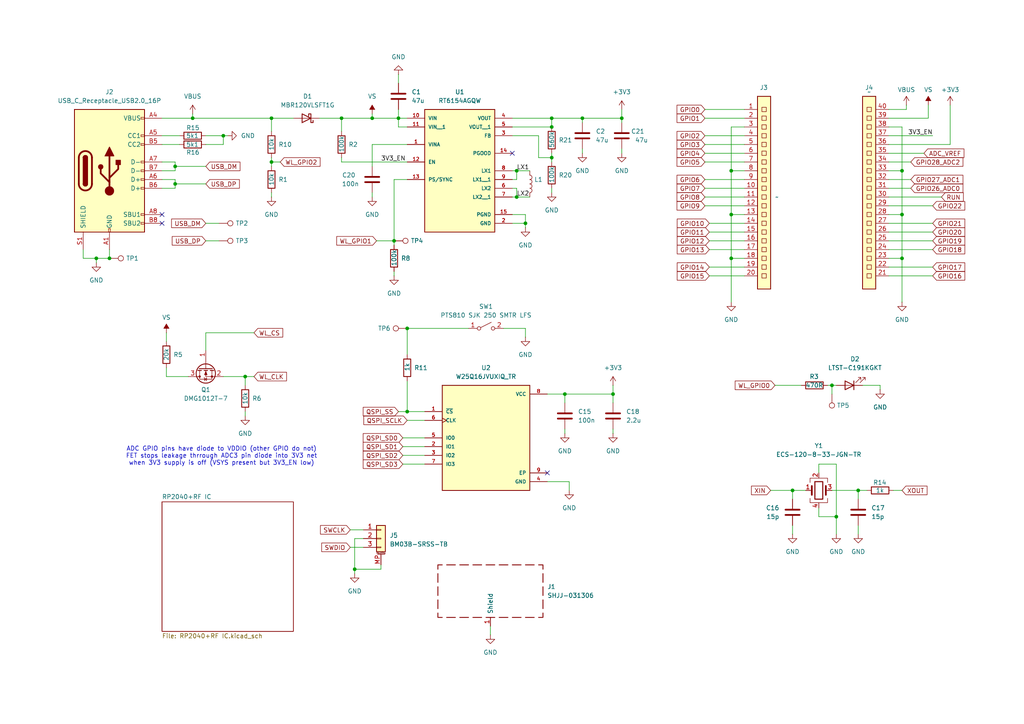
<source format=kicad_sch>
(kicad_sch (version 20231120) (generator "eeschema") (generator_version "8.0")
  (paper "A4")
  (title_block (title "project piCo W") (date "2024-06-24") (rev "1") (company "Carlos Sabogal"))
  (lib_symbols
    (symbol "Connector:TestPoint" (pin_numbers hide) (pin_names (offset 0.762) hide)
      (property "Reference" "TP" (at 0 6.858 0))
      (property "Value" "TestPoint" (at 0 5.08 0))
      (symbol "TestPoint_1_1"
        (pin passive line (at 0 0 90) (length 2.54) (name "1") (number "1"))
      )
    )
    (symbol "Connector:USB_C_Receptacle_USB2.0_16P" (pin_names (offset 1.016))
      (property "Reference" "J" (at 0 22.225 0))
      (property "Value" "USB_C_Receptacle_USB2.0_16P" (at 0 19.685 0))
      (symbol "USB_C_Receptacle_USB2.0_16P_1_1"
        (pin passive line (at 0 -22.86 90) (length 5.08) (name "GND") (number "A1"))
        (pin passive line (at 0 -22.86 90) (length 5.08) hide (name "GND") (number "A12"))
        (pin passive line (at 15.24 15.24 180) (length 5.08) (name "VBUS") (number "A4"))
        (pin bidirectional line (at 15.24 10.16 180) (length 5.08) (name "CC1") (number "A5"))
        (pin bidirectional line (at 15.24 -2.54 180) (length 5.08) (name "D+") (number "A6"))
        (pin bidirectional line (at 15.24 2.54 180) (length 5.08) (name "D-") (number "A7"))
        (pin bidirectional line (at 15.24 -12.7 180) (length 5.08) (name "SBU1") (number "A8"))
        (pin passive line (at 15.24 15.24 180) (length 5.08) hide (name "VBUS") (number "A9"))
        (pin passive line (at 0 -22.86 90) (length 5.08) hide (name "GND") (number "B1"))
        (pin passive line (at 0 -22.86 90) (length 5.08) hide (name "GND") (number "B12"))
        (pin passive line (at 15.24 15.24 180) (length 5.08) hide (name "VBUS") (number "B4"))
        (pin bidirectional line (at 15.24 7.62 180) (length 5.08) (name "CC2") (number "B5"))
        (pin bidirectional line (at 15.24 -5.08 180) (length 5.08) (name "D+") (number "B6"))
        (pin bidirectional line (at 15.24 0 180) (length 5.08) (name "D-") (number "B7"))
        (pin bidirectional line (at 15.24 -15.24 180) (length 5.08) (name "SBU2") (number "B8"))
        (pin passive line (at 15.24 15.24 180) (length 5.08) hide (name "VBUS") (number "B9"))
        (pin passive line (at -7.62 -22.86 90) (length 5.08) (name "SHIELD") (number "S1"))
      )
    )
    (symbol "Connector_Generic_MountingPin:Conn_01x03_MountingPin" (pin_names (offset 1.016) hide)
      (property "Reference" "J" (at 0 5.08 0))
      (property "Value" "Conn_01x03_MountingPin" (at 1.27 -5.08 0))
      (symbol "Conn_01x03_MountingPin_1_1"
        (text "Mounting" (at 0 -4.191 0) (effects (font (size 0.381 0.381))))
        (pin passive line (at -5.08 2.54 0) (length 3.81) (name "Pin_1") (number "1"))
        (pin passive line (at -5.08 0 0) (length 3.81) (name "Pin_2") (number "2"))
        (pin passive line (at -5.08 -2.54 0) (length 3.81) (name "Pin_3") (number "3"))
        (pin passive line (at 0 -7.62 90) (length 3.048) (name "MountPin") (number "MP"))
      )
    )
    (symbol "Device:C" (pin_numbers hide) (pin_names (offset 0.254))
      (property "Reference" "C" (at 0.635 2.54 0))
      (property "Value" "C" (at 0.635 -2.54 0))
      (symbol "C_1_1"
        (pin passive line (at 0 3.81 270) (length 2.794) (name "~") (number "1"))
        (pin passive line (at 0 -3.81 90) (length 2.794) (name "~") (number "2"))
      )
    )
    (symbol "Device:Crystal_GND24" (pin_names (offset 1.016) hide)
      (property "Reference" "Y" (at 3.175 5.08 0))
      (property "Value" "Crystal_GND24" (at 3.175 3.175 0))
      (symbol "Crystal_GND24_1_1"
        (pin passive line (at -3.81 0 0) (length 1.27) (name "1") (number "1"))
        (pin passive line (at 0 5.08 270) (length 1.27) (name "2") (number "2"))
        (pin passive line (at 3.81 0 180) (length 1.27) (name "3") (number "3"))
        (pin passive line (at 0 -5.08 90) (length 1.27) (name "4") (number "4"))
      )
    )
    (symbol "Device:D_Schottky" (pin_numbers hide) (pin_names (offset 1.016) hide)
      (property "Reference" "D" (at 0 2.54 0))
      (property "Value" "D_Schottky" (at 0 -2.54 0))
      (symbol "D_Schottky_1_1"
        (pin passive line (at -3.81 0 0) (length 2.54) (name "K") (number "1"))
        (pin passive line (at 3.81 0 180) (length 2.54) (name "A") (number "2"))
      )
    )
    (symbol "Device:L" (pin_numbers hide) (pin_names (offset 1.016) hide)
      (property "Reference" "L" (at -1.27 0 90))
      (property "Value" "L" (at 1.905 0 90))
      (symbol "L_1_1"
        (pin passive line (at 0 3.81 270) (length 1.27) (name "1") (number "1"))
        (pin passive line (at 0 -3.81 90) (length 1.27) (name "2") (number "2"))
      )
    )
    (symbol "Device:LED" (pin_numbers hide) (pin_names (offset 1.016) hide)
      (property "Reference" "D" (at 0 2.54 0))
      (property "Value" "LED" (at 0 -2.54 0))
      (symbol "LED_1_1"
        (pin passive line (at -3.81 0 0) (length 2.54) (name "K") (number "1"))
        (pin passive line (at 3.81 0 180) (length 2.54) (name "A") (number "2"))
      )
    )
    (symbol "Device:Q_NMOS_GSD" (pin_names (offset 0) hide)
      (property "Reference" "Q" (at 5.08 1.27 0))
      (property "Value" "Q_NMOS_GSD" (at 5.08 -1.27 0))
      (symbol "Q_NMOS_GSD_1_1"
        (pin input line (at -5.08 0 0) (length 2.54) (name "G") (number "1"))
        (pin passive line (at 2.54 -5.08 90) (length 2.54) (name "S") (number "2"))
        (pin passive line (at 2.54 5.08 270) (length 2.54) (name "D") (number "3"))
      )
    )
    (symbol "Device:R" (pin_numbers hide) (pin_names (offset 0))
      (property "Reference" "R" (at 2.032 0 90))
      (property "Value" "R" (at 0 0 90))
      (symbol "R_1_1"
        (pin passive line (at 0 3.81 270) (length 1.27) (name "~") (number "1"))
        (pin passive line (at 0 -3.81 90) (length 1.27) (name "~") (number "2"))
      )
    )
    (symbol "Device:RFShield_OnePiece" (pin_names (offset 1.016))
      (property "Reference" "J" (at 0 5.08 0))
      (property "Value" "RFShield_OnePiece" (at 0 2.54 0))
      (symbol "RFShield_OnePiece_1_1"
        (pin passive line (at 0 -10.16 90) (length 2.54) (name "Shield") (number "1"))
      )
    )
    (symbol "GND_1" (power) (pin_numbers hide) (pin_names (offset 0) hide)
      (property "Value" "GND" (at 0 -3.81 0))
      (symbol "GND_1_1_1"
        (pin power_in line (at 0 0 270) (length 0) (name "~") (number "1"))
      )
    )
    (symbol "Pico WH:CON_PICO_1-20"
      (property "Reference" "J" (at -13.97 29.21 0))
      (symbol "CON_PICO_1-20_1_1"
        (pin input line (at -20.32 22.86 0) (length 3.81) (name "") (number "1"))
        (pin input line (at -20.32 0 0) (length 3.81) (name "") (number "10"))
        (pin input line (at -20.32 -2.54 0) (length 3.81) (name "") (number "11"))
        (pin input line (at -20.32 -5.08 0) (length 3.81) (name "") (number "12"))
        (pin input line (at -20.32 -7.62 0) (length 3.81) (name "") (number "13"))
        (pin input line (at -20.32 -10.16 0) (length 3.81) (name "") (number "14"))
        (pin input line (at -20.32 -12.7 0) (length 3.81) (name "") (number "15"))
        (pin input line (at -20.32 -15.24 0) (length 3.81) (name "") (number "16"))
        (pin input line (at -20.32 -17.78 0) (length 3.81) (name "") (number "17"))
        (pin input line (at -20.32 -20.32 0) (length 3.81) (name "") (number "18"))
        (pin input line (at -20.32 -22.86 0) (length 3.81) (name "") (number "19"))
        (pin input line (at -20.32 20.32 0) (length 3.81) (name "") (number "2"))
        (pin input line (at -20.32 -25.4 0) (length 3.81) (name "") (number "20"))
        (pin input line (at -20.32 17.78 0) (length 3.81) (name "") (number "3"))
        (pin input line (at -20.32 15.24 0) (length 3.81) (name "") (number "4"))
        (pin input line (at -20.32 12.7 0) (length 3.81) (name "") (number "5"))
        (pin input line (at -20.32 10.16 0) (length 3.81) (name "") (number "6"))
        (pin input line (at -20.32 7.62 0) (length 3.81) (name "") (number "7"))
        (pin input line (at -20.32 5.08 0) (length 3.81) (name "") (number "8"))
        (pin input line (at -20.32 2.54 0) (length 3.81) (name "") (number "9"))
      )
    )
    (symbol "Pico WH:CON_PICO_21-40"
      (property "Reference" "J" (at 13.97 29.21 0))
      (symbol "CON_PICO_21-40_1_1"
        (pin input line (at 21.59 -25.4 180) (length 3.81) (name "") (number "21"))
        (pin input line (at 21.59 -22.86 180) (length 3.81) (name "") (number "22"))
        (pin input line (at 21.59 -20.32 180) (length 3.81) (name "") (number "23"))
        (pin input line (at 21.59 -17.78 180) (length 3.81) (name "") (number "24"))
        (pin input line (at 21.59 -15.24 180) (length 3.81) (name "") (number "25"))
        (pin input line (at 21.59 -12.7 180) (length 3.81) (name "") (number "26"))
        (pin input line (at 21.59 -10.16 180) (length 3.81) (name "") (number "27"))
        (pin input line (at 21.59 -7.62 180) (length 3.81) (name "") (number "28"))
        (pin input line (at 21.59 -5.08 180) (length 3.81) (name "") (number "29"))
        (pin input line (at 21.59 -2.54 180) (length 3.81) (name "") (number "30"))
        (pin input line (at 21.59 0 180) (length 3.81) (name "") (number "31"))
        (pin input line (at 21.59 2.54 180) (length 3.81) (name "") (number "32"))
        (pin input line (at 21.59 5.08 180) (length 3.81) (name "") (number "33"))
        (pin input line (at 21.59 7.62 180) (length 3.81) (name "") (number "34"))
        (pin input line (at 21.59 10.16 180) (length 3.81) (name "") (number "35"))
        (pin input line (at 21.59 12.7 180) (length 3.81) (name "") (number "36"))
        (pin input line (at 21.59 15.24 180) (length 3.81) (name "") (number "37"))
        (pin input line (at 21.59 17.78 180) (length 3.81) (name "") (number "38"))
        (pin input line (at 21.59 20.32 180) (length 3.81) (name "") (number "39"))
        (pin input line (at 21.59 22.86 180) (length 3.81) (name "") (number "40"))
      )
    )
    (symbol "Pico WH:RT6154AGQW" (pin_names (offset 1.016))
      (property "Reference" "U" (at -10.16 17.78 0))
      (property "Value" "RT6154AGQW" (at -10 15.5 0))
      (symbol "RT6154AGQW_0_0"
        (pin input line (at -15.24 5.08 0) (length 5.08) (name "VINA") (number "1"))
        (pin input line (at -15.24 12.7 0) (length 5.08) (name "VIN") (number "10"))
        (pin input line (at -15.24 10.16 0) (length 5.08) (name "VIN__1") (number "11"))
        (pin input line (at -15.24 0 0) (length 5.08) (name "EN") (number "12"))
        (pin input line (at -15.24 -5.08 0) (length 5.08) (name "PS/SYNC") (number "13"))
        (pin output line (at 15.24 2.54 180) (length 5.08) (name "PGOOD") (number "14"))
        (pin power_in line (at 15.24 -15.24 180) (length 5.08) (name "PGND") (number "15"))
        (pin power_in line (at 15.24 -17.78 180) (length 5.08) (name "GND") (number "2"))
        (pin input line (at 15.24 7.62 180) (length 5.08) (name "FB") (number "3"))
        (pin output line (at 15.24 12.7 180) (length 5.08) (name "VOUT") (number "4"))
        (pin output line (at 15.24 10.16 180) (length 5.08) (name "VOUT__1") (number "5"))
        (pin passive line (at 15.24 -7.62 180) (length 5.08) (name "LX2") (number "6"))
        (pin passive line (at 15.24 -10.16 180) (length 5.08) (name "LX2__1") (number "7"))
        (pin passive line (at 15.24 -2.54 180) (length 5.08) (name "LX1") (number "8"))
        (pin passive line (at 15.24 -5.08 180) (length 5.08) (name "LX1__1") (number "9"))
      )
    )
    (symbol "Pico WH:W25Q16JVUXIQ_TR" (pin_names (offset 1.016))
      (property "Reference" "U" (at -12.7 16.24 0))
      (property "Value" "W25Q16JVUXIQ_TR" (at -12.7 -19.24 0))
      (symbol "W25Q16JVUXIQ_TR_0_0"
        (pin input line (at -17.78 7.62 0) (length 5.08) (name "~{CS}") (number "1"))
        (pin bidirectional line (at -17.78 -2.54 0) (length 5.08) (name "IO1") (number "2"))
        (pin bidirectional line (at -17.78 -5.08 0) (length 5.08) (name "IO2") (number "3"))
        (pin power_in line (at 17.78 -12.7 180) (length 5.08) (name "GND") (number "4"))
        (pin bidirectional line (at -17.78 0 0) (length 5.08) (name "IO0") (number "5"))
        (pin input clock (at -17.78 5.08 0) (length 5.08) (name "CLK") (number "6"))
        (pin bidirectional line (at -17.78 -7.62 0) (length 5.08) (name "IO3") (number "7"))
        (pin power_in line (at 17.78 12.7 180) (length 5.08) (name "VCC") (number "8"))
      )
      (symbol "W25Q16JVUXIQ_TR_1_0"
        (pin bidirectional line (at 17.78 -10.16 180) (length 5.08) (name "EP") (number "9"))
      )
    )
    (symbol "Switch:SW_SPST" (pin_names (offset 0) hide)
      (property "Reference" "SW" (at 0 3.175 0))
      (property "Value" "SW_SPST" (at 0 -2.54 0))
      (symbol "SW_SPST_1_1"
        (pin passive line (at -5.08 0 0) (length 2.54) (name "A") (number "1"))
        (pin passive line (at 5.08 0 180) (length 2.54) (name "B") (number "2"))
      )
    )
    (symbol "power:+3V3" (power) (pin_numbers hide) (pin_names (offset 0) hide)
      (property "Value" "+3V3" (at 0 3.556 0))
      (symbol "+3V3_1_1"
        (pin power_in line (at 0 0 90) (length 0) (name "~") (number "1"))
      )
    )
    (symbol "power:GND" (power) (pin_numbers hide) (pin_names (offset 0) hide)
      (property "Value" "GND" (at 0 -3.81 0))
      (symbol "GND_1_1"
        (pin power_in line (at 0 0 270) (length 0) (name "~") (number "1"))
      )
    )
    (symbol "power:VBUS" (power) (pin_numbers hide) (pin_names (offset 0) hide)
      (property "Value" "VBUS" (at 0 3.556 0))
      (symbol "VBUS_1_1"
        (pin power_in line (at 0 0 90) (length 0) (name "~") (number "1"))
      )
    )
    (symbol "power:VS" (power) (pin_numbers hide) (pin_names (offset 0) hide)
      (property "Value" "VS" (at 0 3.556 0))
      (symbol "VS_1_1"
        (pin power_in line (at 0 0 90) (length 0) (name "~") (number "1"))
      )
    )
  )
  (junction (at 180.34 34.29))
  (junction (at 78.74 46.99))
  (junction (at 212.09 74.93))
  (junction (at 118.11 95.25))
  (junction (at 27.94 74.93))
  (junction (at 50.8 48.26))
  (junction (at 55.88 34.29))
  (junction (at 115.57 34.29))
  (junction (at 160.02 36.83))
  (junction (at 241.3 111.76))
  (junction (at 149.86 57.15))
  (junction (at 248.92 142.24))
  (junction (at 261.62 49.53))
  (junction (at 114.3 69.85))
  (junction (at 71.12 109.22))
  (junction (at 31.75 74.93))
  (junction (at 163.83 114.3))
  (junction (at 152.4 64.77))
  (junction (at 212.09 49.53))
  (junction (at 212.09 62.23))
  (junction (at 149.86 49.53))
  (junction (at 160.02 45.72))
  (junction (at 50.8 53.34))
  (junction (at 229.87 142.24))
  (junction (at 261.62 74.93))
  (junction (at 168.91 34.29))
  (junction (at 107.95 34.29))
  (junction (at 177.8 114.3))
  (junction (at 64.77 39.37))
  (junction (at 99.06 34.29))
  (junction (at 78.74 34.29))
  (junction (at 102.87 165.1))
  (junction (at 261.62 62.23))
  (junction (at 242.57 149.86))
  (junction (at 160.02 34.29))
  (junction (at 118.11 119.38))
  (no_connect (at 46.99 64.77))
  (no_connect (at 148.59 44.45))
  (no_connect (at 158.75 137.16))
  (no_connect (at 46.99 62.23))
  (wire (pts (xy 101.6 153.67) (xy 105.41 153.67)))
  (wire (pts (xy 257.81 41.91) (xy 275.59 41.91)))
  (wire (pts (xy 204.47 59.69) (xy 215.9 59.69)))
  (wire (pts (xy 118.11 119.38) (xy 123.19 119.38)))
  (wire (pts (xy 148.59 36.83) (xy 160.02 36.83)))
  (wire (pts (xy 160.02 54.61) (xy 160.02 55.88)))
  (wire (pts (xy 114.3 80.01) (xy 114.3 78.74)))
  (wire (pts (xy 257.81 77.47) (xy 270.51 77.47)))
  (wire (pts (xy 116.84 129.54) (xy 123.19 129.54)))
  (wire (pts (xy 204.47 41.91) (xy 215.9 41.91)))
  (wire (pts (xy 78.74 46.99) (xy 81.28 46.99)))
  (wire (pts (xy 115.57 31.75) (xy 115.57 34.29)))
  (wire (pts (xy 229.87 142.24) (xy 229.87 144.78)))
  (wire (pts (xy 257.81 54.61) (xy 264.16 54.61)))
  (wire (pts (xy 257.81 49.53) (xy 261.62 49.53)))
  (wire (pts (xy 257.81 57.15) (xy 273.05 57.15)))
  (wire (pts (xy 78.74 57.15) (xy 78.74 55.88)))
  (wire (pts (xy 50.8 52.07) (xy 50.8 53.34)))
  (wire (pts (xy 148.59 62.23) (xy 152.4 62.23)))
  (wire (pts (xy 240.03 111.76) (xy 241.3 111.76)))
  (wire (pts (xy 46.99 46.99) (xy 50.8 46.99)))
  (wire (pts (xy 160.02 45.72) (xy 160.02 46.99)))
  (wire (pts (xy 156.21 39.37) (xy 156.21 45.72)))
  (wire (pts (xy 205.74 69.85) (xy 215.9 69.85)))
  (wire (pts (xy 163.83 114.3) (xy 163.83 116.84)))
  (wire (pts (xy 78.74 34.29) (xy 85.09 34.29)))
  (wire (pts (xy 24.13 72.39) (xy 24.13 74.93)))
  (wire (pts (xy 64.77 109.22) (xy 71.12 109.22)))
  (wire (pts (xy 205.74 77.47) (xy 215.9 77.47)))
  (wire (pts (xy 110.49 165.1) (xy 110.49 163.83)))
  (wire (pts (xy 118.11 95.25) (xy 118.11 102.87)))
  (wire (pts (xy 257.81 36.83) (xy 261.62 36.83)))
  (wire (pts (xy 107.95 41.91) (xy 118.11 41.91)))
  (wire (pts (xy 237.49 147.32) (xy 237.49 149.86)))
  (wire (pts (xy 158.75 114.3) (xy 163.83 114.3)))
  (wire (pts (xy 168.91 34.29) (xy 180.34 34.29)))
  (wire (pts (xy 215.9 62.23) (xy 212.09 62.23)))
  (wire (pts (xy 78.74 34.29) (xy 78.74 38.1)))
  (wire (pts (xy 148.59 34.29) (xy 160.02 34.29)))
  (wire (pts (xy 269.24 34.29) (xy 269.24 30.48)))
  (wire (pts (xy 148.59 57.15) (xy 149.86 57.15)))
  (wire (pts (xy 46.99 52.07) (xy 50.8 52.07)))
  (wire (pts (xy 257.81 64.77) (xy 270.51 64.77)))
  (wire (pts (xy 205.74 80.01) (xy 215.9 80.01)))
  (wire (pts (xy 241.3 114.3) (xy 241.3 111.76)))
  (wire (pts (xy 229.87 142.24) (xy 233.68 142.24)))
  (wire (pts (xy 156.21 45.72) (xy 160.02 45.72)))
  (wire (pts (xy 261.62 62.23) (xy 261.62 74.93)))
  (wire (pts (xy 165.1 139.7) (xy 165.1 142.24)))
  (wire (pts (xy 257.81 80.01) (xy 270.51 80.01)))
  (wire (pts (xy 237.49 149.86) (xy 242.57 149.86)))
  (wire (pts (xy 204.47 52.07) (xy 215.9 52.07)))
  (wire (pts (xy 257.81 52.07) (xy 264.16 52.07)))
  (wire (pts (xy 115.57 21.59) (xy 115.57 24.13)))
  (wire (pts (xy 177.8 124.46) (xy 177.8 125.73)))
  (wire (pts (xy 27.94 76.2) (xy 27.94 74.93)))
  (wire (pts (xy 160.02 34.29) (xy 168.91 34.29)))
  (wire (pts (xy 204.47 44.45) (xy 215.9 44.45)))
  (wire (pts (xy 257.81 39.37) (xy 270.51 39.37)))
  (wire (pts (xy 229.87 142.24) (xy 223.52 142.24)))
  (wire (pts (xy 215.9 74.93) (xy 212.09 74.93)))
  (wire (pts (xy 48.26 109.22) (xy 54.61 109.22)))
  (wire (pts (xy 158.75 139.7) (xy 165.1 139.7)))
  (wire (pts (xy 64.77 39.37) (xy 66.04 39.37)))
  (wire (pts (xy 261.62 74.93) (xy 261.62 87.63)))
  (wire (pts (xy 116.84 132.08) (xy 123.19 132.08)))
  (wire (pts (xy 160.02 44.45) (xy 160.02 45.72)))
  (wire (pts (xy 251.46 142.24) (xy 248.92 142.24)))
  (wire (pts (xy 59.69 39.37) (xy 64.77 39.37)))
  (wire (pts (xy 107.95 57.15) (xy 107.95 55.88)))
  (wire (pts (xy 242.57 134.62) (xy 237.49 134.62)))
  (wire (pts (xy 118.11 110.49) (xy 118.11 119.38)))
  (wire (pts (xy 275.59 41.91) (xy 275.59 30.48)))
  (wire (pts (xy 55.88 33.02) (xy 55.88 34.29)))
  (wire (pts (xy 204.47 39.37) (xy 215.9 39.37)))
  (wire (pts (xy 48.26 106.68) (xy 48.26 109.22)))
  (wire (pts (xy 255.27 111.76) (xy 255.27 113.03)))
  (wire (pts (xy 259.08 142.24) (xy 261.62 142.24)))
  (wire (pts (xy 118.11 121.92) (xy 123.19 121.92)))
  (wire (pts (xy 102.87 165.1) (xy 110.49 165.1)))
  (wire (pts (xy 149.86 49.53) (xy 153.67 49.53)))
  (wire (pts (xy 48.26 96.52) (xy 48.26 99.06)))
  (wire (pts (xy 99.06 34.29) (xy 107.95 34.29)))
  (wire (pts (xy 160.02 36.83) (xy 160.02 34.29)))
  (wire (pts (xy 105.41 156.21) (xy 102.87 156.21)))
  (wire (pts (xy 92.71 34.29) (xy 99.06 34.29)))
  (wire (pts (xy 180.34 34.29) (xy 180.34 35.56)))
  (wire (pts (xy 46.99 34.29) (xy 55.88 34.29)))
  (wire (pts (xy 212.09 74.93) (xy 212.09 62.23)))
  (wire (pts (xy 212.09 49.53) (xy 215.9 49.53)))
  (wire (pts (xy 248.92 154.94) (xy 248.92 152.4)))
  (wire (pts (xy 146.05 95.25) (xy 152.4 95.25)))
  (wire (pts (xy 261.62 49.53) (xy 261.62 62.23)))
  (wire (pts (xy 177.8 114.3) (xy 177.8 111.76)))
  (wire (pts (xy 46.99 41.91) (xy 52.07 41.91)))
  (wire (pts (xy 71.12 109.22) (xy 71.12 111.76)))
  (wire (pts (xy 50.8 54.61) (xy 46.99 54.61)))
  (wire (pts (xy 116.84 127) (xy 123.19 127)))
  (wire (pts (xy 204.47 31.75) (xy 215.9 31.75)))
  (wire (pts (xy 257.81 59.69) (xy 270.51 59.69)))
  (wire (pts (xy 135.89 95.25) (xy 118.11 95.25)))
  (wire (pts (xy 59.69 41.91) (xy 64.77 41.91)))
  (wire (pts (xy 59.69 64.77) (xy 63.5 64.77)))
  (wire (pts (xy 107.95 48.26) (xy 107.95 41.91)))
  (wire (pts (xy 257.81 31.75) (xy 262.89 31.75)))
  (wire (pts (xy 152.4 64.77) (xy 152.4 66.04)))
  (wire (pts (xy 114.3 71.12) (xy 114.3 69.85)))
  (wire (pts (xy 99.06 46.99) (xy 118.11 46.99)))
  (wire (pts (xy 152.4 95.25) (xy 152.4 97.79)))
  (wire (pts (xy 142.24 184.15) (xy 142.24 181.61)))
  (wire (pts (xy 262.89 31.75) (xy 262.89 30.48)))
  (wire (pts (xy 78.74 45.72) (xy 78.74 46.99)))
  (wire (pts (xy 114.3 52.07) (xy 118.11 52.07)))
  (wire (pts (xy 148.59 39.37) (xy 156.21 39.37)))
  (wire (pts (xy 168.91 43.18) (xy 168.91 44.45)))
  (wire (pts (xy 59.69 69.85) (xy 63.5 69.85)))
  (wire (pts (xy 149.86 54.61) (xy 149.86 57.15)))
  (wire (pts (xy 149.86 57.15) (xy 153.67 57.15)))
  (wire (pts (xy 163.83 114.3) (xy 177.8 114.3)))
  (wire (pts (xy 115.57 36.83) (xy 115.57 34.29)))
  (wire (pts (xy 180.34 43.18) (xy 180.34 44.45)))
  (wire (pts (xy 261.62 36.83) (xy 261.62 49.53)))
  (wire (pts (xy 99.06 34.29) (xy 99.06 38.1)))
  (wire (pts (xy 205.74 64.77) (xy 215.9 64.77)))
  (wire (pts (xy 149.86 49.53) (xy 148.59 49.53)))
  (wire (pts (xy 241.3 111.76) (xy 242.57 111.76)))
  (wire (pts (xy 204.47 34.29) (xy 215.9 34.29)))
  (wire (pts (xy 257.81 46.99) (xy 264.16 46.99)))
  (wire (pts (xy 71.12 109.22) (xy 73.66 109.22)))
  (wire (pts (xy 50.8 46.99) (xy 50.8 48.26)))
  (wire (pts (xy 31.75 74.93) (xy 31.75 72.39)))
  (wire (pts (xy 55.88 34.29) (xy 78.74 34.29)))
  (wire (pts (xy 257.81 72.39) (xy 270.51 72.39)))
  (wire (pts (xy 59.69 101.6) (xy 59.69 96.52)))
  (wire (pts (xy 257.81 44.45) (xy 267.97 44.45)))
  (wire (pts (xy 102.87 165.1) (xy 102.87 166.37)))
  (wire (pts (xy 149.86 52.07) (xy 149.86 49.53)))
  (wire (pts (xy 205.74 72.39) (xy 215.9 72.39)))
  (wire (pts (xy 237.49 134.62) (xy 237.49 137.16)))
  (wire (pts (xy 27.94 74.93) (xy 31.75 74.93)))
  (wire (pts (xy 212.09 62.23) (xy 212.09 49.53)))
  (wire (pts (xy 46.99 39.37) (xy 52.07 39.37)))
  (wire (pts (xy 177.8 114.3) (xy 177.8 116.84)))
  (wire (pts (xy 107.95 33.02) (xy 107.95 34.29)))
  (wire (pts (xy 257.81 74.93) (xy 261.62 74.93)))
  (wire (pts (xy 242.57 149.86) (xy 242.57 154.94)))
  (wire (pts (xy 118.11 36.83) (xy 115.57 36.83)))
  (wire (pts (xy 205.74 67.31) (xy 215.9 67.31)))
  (wire (pts (xy 71.12 120.65) (xy 71.12 119.38)))
  (wire (pts (xy 204.47 46.99) (xy 215.9 46.99)))
  (wire (pts (xy 248.92 142.24) (xy 241.3 142.24)))
  (wire (pts (xy 50.8 48.26) (xy 50.8 49.53)))
  (wire (pts (xy 257.81 69.85) (xy 270.51 69.85)))
  (wire (pts (xy 257.81 67.31) (xy 270.51 67.31)))
  (wire (pts (xy 250.19 111.76) (xy 255.27 111.76)))
  (wire (pts (xy 212.09 36.83) (xy 215.9 36.83)))
  (wire (pts (xy 101.6 158.75) (xy 105.41 158.75)))
  (wire (pts (xy 257.81 34.29) (xy 269.24 34.29)))
  (wire (pts (xy 257.81 62.23) (xy 261.62 62.23)))
  (wire (pts (xy 212.09 36.83) (xy 212.09 49.53)))
  (wire (pts (xy 99.06 46.99) (xy 99.06 45.72)))
  (wire (pts (xy 163.83 124.46) (xy 163.83 125.73)))
  (wire (pts (xy 115.57 119.38) (xy 118.11 119.38)))
  (wire (pts (xy 148.59 54.61) (xy 149.86 54.61)))
  (wire (pts (xy 115.57 34.29) (xy 118.11 34.29)))
  (wire (pts (xy 248.92 142.24) (xy 248.92 144.78)))
  (wire (pts (xy 50.8 53.34) (xy 50.8 54.61)))
  (wire (pts (xy 24.13 74.93) (xy 27.94 74.93)))
  (wire (pts (xy 107.95 34.29) (xy 115.57 34.29)))
  (wire (pts (xy 204.47 54.61) (xy 215.9 54.61)))
  (wire (pts (xy 152.4 64.77) (xy 148.59 64.77)))
  (wire (pts (xy 148.59 52.07) (xy 149.86 52.07)))
  (wire (pts (xy 102.87 156.21) (xy 102.87 165.1)))
  (wire (pts (xy 50.8 49.53) (xy 46.99 49.53)))
  (wire (pts (xy 50.8 53.34) (xy 59.69 53.34)))
  (wire (pts (xy 242.57 149.86) (xy 242.57 134.62)))
  (wire (pts (xy 59.69 96.52) (xy 73.66 96.52)))
  (wire (pts (xy 152.4 62.23) (xy 152.4 64.77)))
  (wire (pts (xy 50.8 48.26) (xy 59.69 48.26)))
  (wire (pts (xy 168.91 34.29) (xy 168.91 35.56)))
  (wire (pts (xy 212.09 74.93) (xy 212.09 87.63)))
  (wire (pts (xy 224.79 111.76) (xy 232.41 111.76)))
  (wire (pts (xy 180.34 34.29) (xy 180.34 31.75)))
  (wire (pts (xy 109.22 69.85) (xy 114.3 69.85)))
  (wire (pts (xy 64.77 41.91) (xy 64.77 39.37)))
  (wire (pts (xy 78.74 46.99) (xy 78.74 48.26)))
  (wire (pts (xy 116.84 134.62) (xy 123.19 134.62)))
  (wire (pts (xy 204.47 57.15) (xy 215.9 57.15)))
  (wire (pts (xy 229.87 154.94) (xy 229.87 152.4)))
  (wire (pts (xy 114.3 69.85) (xy 114.3 52.07)))
  (text "ADC GPIO pins have diode to VDDIO (other GPIO do not)\nFET stops leakage thrrough ADC3 pin diode into 3V3 net\nwhen 3V3 supply is off (VSYS present but 3V3_EN low)" (at 64.262 132.334 0) (effects (font (size 1.27 1.27))))
  (label "3V3_EN" (at 110.49 46.99 0))
  (label "3V3_EN" (at 270.51 39.37 180))
  (label "LX2" (at 149.86 57.15 0))
  (label "LX1" (at 149.86 49.53 0))
  (global_label "USB_DP" (shape input) (at 59.69 69.85 180) (property "Intersheetrefs" "${INTERSHEET_REFS}" (effects (hide yes))))
  (global_label "SWDIO" (shape input) (at 101.6 158.75 180) (property "Intersheetrefs" "${INTERSHEET_REFS}" (effects (hide yes))))
  (global_label "SWCLK" (shape input) (at 101.6 153.67 180) (property "Intersheetrefs" "${INTERSHEET_REFS}" (effects (hide yes))))
  (global_label "GPIO3" (shape input) (at 204.47 41.91 180) (property "Intersheetrefs" "${INTERSHEET_REFS}" (effects (hide yes))))
  (global_label "GPIO15" (shape input) (at 205.74 80.01 180) (property "Intersheetrefs" "${INTERSHEET_REFS}" (effects (hide yes))))
  (global_label "GPIO17" (shape input) (at 270.51 77.47 0) (property "Intersheetrefs" "${INTERSHEET_REFS}" (effects (hide yes))))
  (global_label "GPIO2" (shape input) (at 204.47 39.37 180) (property "Intersheetrefs" "${INTERSHEET_REFS}" (effects (hide yes))))
  (global_label "GPIO14" (shape input) (at 205.74 77.47 180) (property "Intersheetrefs" "${INTERSHEET_REFS}" (effects (hide yes))))
  (global_label "GPIO28_ADC2" (shape input) (at 264.16 46.99 0) (property "Intersheetrefs" "${INTERSHEET_REFS}" (effects (hide yes))))
  (global_label "GPIO6" (shape input) (at 204.47 52.07 180) (property "Intersheetrefs" "${INTERSHEET_REFS}" (effects (hide yes))))
  (global_label "QSPI_SD1" (shape input) (at 116.84 129.54 180) (property "Intersheetrefs" "${INTERSHEET_REFS}" (effects (hide yes))))
  (global_label "WL_CS" (shape input) (at 73.66 96.52 0) (property "Intersheetrefs" "${INTERSHEET_REFS}" (effects (hide yes))))
  (global_label "QSPI_SD3" (shape input) (at 116.84 134.62 180) (property "Intersheetrefs" "${INTERSHEET_REFS}" (effects (hide yes))))
  (global_label "GPIO16" (shape input) (at 270.51 80.01 0) (property "Intersheetrefs" "${INTERSHEET_REFS}" (effects (hide yes))))
  (global_label "GPIO18" (shape input) (at 270.51 72.39 0) (property "Intersheetrefs" "${INTERSHEET_REFS}" (effects (hide yes))))
  (global_label "QSPI_SS" (shape input) (at 115.57 119.38 180) (property "Intersheetrefs" "${INTERSHEET_REFS}" (effects (hide yes))))
  (global_label "GPIO12" (shape input) (at 205.74 69.85 180) (property "Intersheetrefs" "${INTERSHEET_REFS}" (effects (hide yes))))
  (global_label "GPIO4" (shape input) (at 204.47 44.45 180) (property "Intersheetrefs" "${INTERSHEET_REFS}" (effects (hide yes))))
  (global_label "QSPI_SD2" (shape input) (at 116.84 132.08 180) (property "Intersheetrefs" "${INTERSHEET_REFS}" (effects (hide yes))))
  (global_label "XOUT" (shape input) (at 261.62 142.24 0) (property "Intersheetrefs" "${INTERSHEET_REFS}" (effects (hide yes))))
  (global_label "GPIO8" (shape input) (at 204.47 57.15 180) (property "Intersheetrefs" "${INTERSHEET_REFS}" (effects (hide yes))))
  (global_label "GPIO7" (shape input) (at 204.47 54.61 180) (property "Intersheetrefs" "${INTERSHEET_REFS}" (effects (hide yes))))
  (global_label "GPIO22" (shape input) (at 270.51 59.69 0) (property "Intersheetrefs" "${INTERSHEET_REFS}" (effects (hide yes))))
  (global_label "GPIO27_ADC1" (shape input) (at 264.16 52.07 0) (property "Intersheetrefs" "${INTERSHEET_REFS}" (effects (hide yes))))
  (global_label "GPIO9" (shape input) (at 204.47 59.69 180) (property "Intersheetrefs" "${INTERSHEET_REFS}" (effects (hide yes))))
  (global_label "QSPI_SD0" (shape input) (at 116.84 127 180) (property "Intersheetrefs" "${INTERSHEET_REFS}" (effects (hide yes))))
  (global_label "GPIO1" (shape input) (at 204.47 34.29 180) (property "Intersheetrefs" "${INTERSHEET_REFS}" (effects (hide yes))))
  (global_label "USB_DM" (shape input) (at 59.69 48.26 0) (property "Intersheetrefs" "${INTERSHEET_REFS}" (effects (hide yes))))
  (global_label "GPIO11" (shape input) (at 205.74 67.31 180) (property "Intersheetrefs" "${INTERSHEET_REFS}" (effects (hide yes))))
  (global_label "GPIO26_ADC0" (shape input) (at 264.16 54.61 0) (property "Intersheetrefs" "${INTERSHEET_REFS}" (effects (hide yes))))
  (global_label "ADC_VREF" (shape input) (at 267.97 44.45 0) (property "Intersheetrefs" "${INTERSHEET_REFS}" (effects (hide yes))))
  (global_label "GPIO21" (shape input) (at 270.51 64.77 0) (property "Intersheetrefs" "${INTERSHEET_REFS}" (effects (hide yes))))
  (global_label "WL_GPIO0" (shape input) (at 224.79 111.76 180) (property "Intersheetrefs" "${INTERSHEET_REFS}" (effects (hide yes))))
  (global_label "GPIO5" (shape input) (at 204.47 46.99 180) (property "Intersheetrefs" "${INTERSHEET_REFS}" (effects (hide yes))))
  (global_label "GPIO20" (shape input) (at 270.51 67.31 0) (property "Intersheetrefs" "${INTERSHEET_REFS}" (effects (hide yes))))
  (global_label "GPIO10" (shape input) (at 205.74 64.77 180) (property "Intersheetrefs" "${INTERSHEET_REFS}" (effects (hide yes))))
  (global_label "WL_GPIO1" (shape input) (at 109.22 69.85 180) (property "Intersheetrefs" "${INTERSHEET_REFS}" (effects (hide yes))))
  (global_label "GPIO19" (shape input) (at 270.51 69.85 0) (property "Intersheetrefs" "${INTERSHEET_REFS}" (effects (hide yes))))
  (global_label "USB_DM" (shape input) (at 59.69 64.77 180) (property "Intersheetrefs" "${INTERSHEET_REFS}" (effects (hide yes))))
  (global_label "GPIO0" (shape input) (at 204.47 31.75 180) (property "Intersheetrefs" "${INTERSHEET_REFS}" (effects (hide yes))))
  (global_label "USB_DP" (shape input) (at 59.69 53.34 0) (property "Intersheetrefs" "${INTERSHEET_REFS}" (effects (hide yes))))
  (global_label "RUN" (shape input) (at 273.05 57.15 0) (property "Intersheetrefs" "${INTERSHEET_REFS}" (effects (hide yes))))
  (global_label "WL_CLK" (shape input) (at 73.66 109.22 0) (property "Intersheetrefs" "${INTERSHEET_REFS}" (effects (hide yes))))
  (global_label "WL_GPIO2" (shape input) (at 81.28 46.99 0) (property "Intersheetrefs" "${INTERSHEET_REFS}" (effects (hide yes))))
  (global_label "XIN" (shape input) (at 223.52 142.24 180) (property "Intersheetrefs" "${INTERSHEET_REFS}" (effects (hide yes))))
  (global_label "QSPI_SCLK" (shape input) (at 118.11 121.92 180) (property "Intersheetrefs" "${INTERSHEET_REFS}" (effects (hide yes))))
  (global_label "GPIO13" (shape input) (at 205.74 72.39 180) (property "Intersheetrefs" "${INTERSHEET_REFS}" (effects (hide yes))))
  (symbol (lib_id "Device:R") (at 255.27 142.24 270) (unit 1)
    (property "Reference" "R14" (at 253.238 139.954 90) (effects (justify left)))
    (property "Value" "1k" (at 254 142.24 90) (effects (justify left)))
    (property "Footprint" "Resistor_SMD:R_0201_0603Metric" (effects (hide yes)))
    (property "Description" "Resistor" (effects (hide yes)))
  )
  (symbol (lib_id "power:GND") (at 78.74 57.15 0) (unit 1)
    (property "Reference" "#PWR04" (effects (hide yes)))
    (property "Value" "GND" (at 78.74 62.23 0))
    (property "Description" "Power symbol creates a global label with name \"GND\" , ground" (effects (hide yes)))
  )
  (symbol (lib_id "power:GND") (at 115.57 21.59 180) (unit 1)
    (property "Reference" "#PWR07" (effects (hide yes)))
    (property "Value" "GND" (at 115.57 16.51 0))
    (property "Description" "Power symbol creates a global label with name \"GND\" , ground" (effects (hide yes)))
  )
  (symbol (lib_id "Device:R") (at 99.06 41.91 0) (unit 1)
    (property "Reference" "R2" (at 101.092 41.91 0) (effects (justify left)))
    (property "Value" "100k" (at 99.06 44.196 90) (effects (justify left)))
    (property "Footprint" "Resistor_SMD:R_0201_0603Metric" (effects (hide yes)))
    (property "Description" "Resistor" (effects (hide yes)))
  )
  (symbol (lib_id "Device:C") (at 177.8 120.65 0) (unit 1)
    (property "Reference" "C18" (at 181.61 119.3799 0) (effects (justify left)))
    (property "Value" "2.2u" (at 181.61 121.9199 0) (effects (justify left)))
    (property "Footprint" "Capacitor_SMD:C_0402_1005Metric" (effects (hide yes)))
    (property "Description" "Unpolarized capacitor" (effects (hide yes)))
  )
  (symbol (lib_id "Device:R") (at 71.12 115.57 0) (unit 1)
    (property "Reference" "R6" (at 73.152 115.57 0) (effects (justify left)))
    (property "Value" "10k" (at 71.12 117.348 90) (effects (justify left)))
    (property "Footprint" "Resistor_SMD:R_0201_0603Metric" (effects (hide yes)))
    (property "Description" "Resistor" (effects (hide yes)))
  )
  (symbol (lib_id "power:VS") (at 107.95 33.02 0) (unit 1)
    (property "Reference" "#PWR06" (effects (hide yes)))
    (property "Value" "VS" (at 107.95 27.94 0))
    (property "Description" "Power symbol creates a global label with name \"VS\"" (effects (hide yes)))
  )
  (symbol (lib_id "power:+3V3") (at 275.59 30.48 0) (unit 1)
    (property "Reference" "#PWR017" (effects (hide yes)))
    (property "Value" "+3V3" (at 275.59 26.035 0))
  )
  (symbol (lib_name "GND_1") (lib_id "power:GND") (at 212.09 87.63 0) (unit 1)
    (property "Reference" "#PWR018" (effects (hide yes)))
    (property "Value" "GND" (at 212.09 92.71 0))
    (property "Description" "Power symbol creates a global label with name \"GND\" , ground" (effects (hide yes)))
  )
  (symbol (lib_name "GND_1") (lib_id "power:GND") (at 242.57 154.94 0) (unit 1)
    (property "Reference" "#PWR020" (effects (hide yes)))
    (property "Value" "GND" (at 242.57 160.02 0))
    (property "Description" "Power symbol creates a global label with name \"GND\" , ground" (effects (hide yes)))
  )
  (symbol (lib_id "power:GND") (at 163.83 125.73 0) (unit 1)
    (property "Reference" "#PWR029" (effects (hide yes)))
    (property "Value" "GND" (at 163.83 130.81 0))
    (property "Description" "Power symbol creates a global label with name \"GND\" , ground" (effects (hide yes)))
  )
  (symbol (lib_id "power:GND") (at 168.91 44.45 0) (unit 1)
    (property "Reference" "#PWR011" (effects (hide yes)))
    (property "Value" "GND" (at 168.91 49.53 0))
    (property "Description" "Power symbol creates a global label with name \"GND\" , ground" (effects (hide yes)))
  )
  (symbol (lib_id "power:GND") (at 107.95 57.15 0) (unit 1)
    (property "Reference" "#PWR09" (effects (hide yes)))
    (property "Value" "GND" (at 107.95 62.23 0))
    (property "Description" "Power symbol creates a global label with name \"GND\" , ground" (effects (hide yes)))
  )
  (symbol (lib_id "Switch:SW_SPST") (at 140.97 95.25 0) (unit 1)
    (property "Reference" "SW1" (at 140.97 88.9 0))
    (property "Value" "PTS810 SJK 250 SMTR LFS" (at 140.97 91.44 0))
    (property "Footprint" "Button_Switch_SMD:SW_SPST_PTS810" (effects (hide yes)))
    (property "Datasheet" "https://www.ckswitches.com/media/1476/pts810.pdf" (effects (hide yes)))
    (property "Description" "Single Pole Single Throw (SPST) switch" (effects (hide yes)))
  )
  (symbol (lib_id "power:+3V3") (at 177.8 111.76 0) (unit 1)
    (property "Reference" "#PWR027" (effects (hide yes)))
    (property "Value" "+3V3" (at 177.8 106.68 0))
    (property "Description" "Power symbol creates a global label with name \"+3V3\"" (effects (hide yes)))
  )
  (symbol (lib_id "Device:C") (at 163.83 120.65 0) (unit 1)
    (property "Reference" "C15" (at 167.64 119.3799 0) (effects (justify left)))
    (property "Value" "100n" (at 167.64 121.9199 0) (effects (justify left)))
    (property "Footprint" "Capacitor_SMD:C_0201_0603Metric" (effects (hide yes)))
    (property "Description" "Unpolarized capacitor" (effects (hide yes)))
  )
  (symbol (lib_id "power:GND") (at 102.87 166.37 0) (unit 1)
    (property "Reference" "#PWR055" (effects (hide yes)))
    (property "Value" "GND" (at 102.87 171.45 0))
    (property "Description" "Power symbol creates a global label with name \"GND\" , ground" (effects (hide yes)))
  )
  (symbol (lib_id "power:GND") (at 27.94 76.2 0) (unit 1)
    (property "Reference" "#PWR02" (effects (hide yes)))
    (property "Value" "GND" (at 27.94 81.28 0))
    (property "Description" "Power symbol creates a global label with name \"GND\" , ground" (effects (hide yes)))
  )
  (symbol (lib_id "Device:Q_NMOS_GSD") (at 59.69 106.68 90) (mirror x) (unit 1)
    (property "Reference" "Q1" (at 59.69 113.03 90))
    (property "Value" "DMG1012T-7" (at 59.69 115.57 90))
    (property "Footprint" "Package_TO_SOT_SMD:SOT-523" (effects (hide yes)))
    (property "Datasheet" "https://www.diodes.com/assets/Datasheets/DMG1012T.pdf" (effects (hide yes)))
    (property "Description" "N-MOSFET transistor, gate/source/drain" (effects (hide yes)))
  )
  (symbol (lib_id "Device:D_Schottky") (at 88.9 34.29 180) (unit 1)
    (property "Reference" "D1" (at 89.2175 27.94 0))
    (property "Value" "MBR120VLSFT1G" (at 89.2175 30.48 0))
    (property "Footprint" "Diode_SMD:D_SOD-123F" (effects (hide yes)))
    (property "Description" "Schottky diode" (effects (hide yes)))
  )
  (symbol (lib_id "Device:C") (at 168.91 39.37 0) (unit 1)
    (property "Reference" "C2" (at 175.514 38.1 0) (effects (justify right)))
    (property "Value" "47u" (at 176.53 40.64 0) (effects (justify right)))
    (property "Footprint" "Capacitor_SMD:C_0805_2012Metric" (effects (hide yes)))
    (property "Description" "Unpolarized capacitor" (effects (hide yes)))
  )
  (symbol (lib_id "power:VS") (at 269.24 30.48 0) (unit 1)
    (property "Reference" "#PWR016" (effects (hide yes)))
    (property "Value" "VS" (at 269.24 26.035 0))
  )
  (symbol (lib_id "Device:Crystal_GND24") (at 237.49 142.24 0) (unit 1)
    (property "Reference" "Y1" (at 237.49 129.286 0))
    (property "Value" "ECS-120-8-33-JGN-TR" (at 237.49 131.826 0))
    (property "Footprint" "Crystal:Crystal_SMD_SeikoEpson_FA238-4Pin_3.2x2.5mm" (effects (hide yes)))
    (property "Description" "Four pin crystal, GND on pins 2 and 4" (effects (hide yes)))
  )
  (symbol (lib_id "Device:R") (at 118.11 106.68 0) (unit 1)
    (property "Reference" "R11" (at 120.142 106.68 0) (effects (justify left)))
    (property "Value" "1k" (at 118.11 107.696 90) (effects (justify left)))
    (property "Footprint" "Resistor_SMD:R_0201_0603Metric" (effects (hide yes)))
    (property "Description" "Resistor" (effects (hide yes)))
  )
  (symbol (lib_name "GND_1") (lib_id "power:GND") (at 255.27 113.03 0) (unit 1)
    (property "Reference" "#PWR019" (effects (hide yes)))
    (property "Value" "GND" (at 255.27 118.11 0))
    (property "Description" "Power symbol creates a global label with name \"GND\" , ground" (effects (hide yes)))
  )
  (symbol (lib_id "Device:RFShield_OnePiece") (at 142.24 171.45 0) (unit 1)
    (property "Reference" "J1" (at 158.75 170.1799 0) (effects (justify left)))
    (property "Value" "SHJJ-031306" (at 158.75 172.7199 0) (effects (justify left)))
    (property "Footprint" "Pico WH:RF_SHIELD_PICOW" (effects (hide yes)))
    (property "Description" "One-piece EMI RF shielding cabinet" (effects (hide yes)))
  )
  (symbol (lib_id "power:GND") (at 152.4 97.79 0) (unit 1)
    (property "Reference" "#PWR025" (effects (hide yes)))
    (property "Value" "GND" (at 152.4 102.87 0))
    (property "Description" "Power symbol creates a global label with name \"GND\" , ground" (effects (hide yes)))
  )
  (symbol (lib_id "Device:C") (at 248.92 148.59 0) (unit 1)
    (property "Reference" "C17" (at 252.73 147.3199 0) (effects (justify left)))
    (property "Value" "15p" (at 252.73 149.8599 0) (effects (justify left)))
    (property "Footprint" "Capacitor_SMD:C_0201_0603Metric" (effects (hide yes)))
    (property "Description" "Unpolarized capacitor" (effects (hide yes)))
  )
  (symbol (lib_id "Connector:TestPoint") (at 114.3 69.85 270) (unit 1)
    (property "Reference" "TP4" (at 119.126 69.85 90) (effects (justify left)))
    (property "Value" "TestPoint" (effects (hide yes)))
    (property "Footprint" "TestPoint:TestPoint_Pad_1.5x1.5mm" (effects (hide yes)))
    (property "Description" "test point" (effects (hide yes)))
  )
  (symbol (lib_id "power:GND") (at 165.1 142.24 0) (unit 1)
    (property "Reference" "#PWR026" (effects (hide yes)))
    (property "Value" "GND" (at 165.1 147.32 0))
    (property "Description" "Power symbol creates a global label with name \"GND\" , ground" (effects (hide yes)))
  )
  (symbol (lib_id "power:GND") (at 152.4 66.04 0) (unit 1)
    (property "Reference" "#PWR05" (effects (hide yes)))
    (property "Value" "GND" (at 152.4 71.12 0))
    (property "Description" "Power symbol creates a global label with name \"GND\" , ground" (effects (hide yes)))
  )
  (symbol (lib_id "Device:R") (at 114.3 74.93 0) (unit 1)
    (property "Reference" "R8" (at 116.332 74.93 0) (effects (justify left)))
    (property "Value" "100k" (at 114.3 77.216 90) (effects (justify left)))
    (property "Footprint" "Resistor_SMD:R_0201_0603Metric" (effects (hide yes)))
    (property "Description" "Resistor" (effects (hide yes)))
  )
  (symbol (lib_id "Connector:TestPoint") (at 63.5 64.77 270) (unit 1)
    (property "Reference" "TP2" (at 68.326 64.77 90) (effects (justify left)))
    (property "Value" "TestPoint" (effects (hide yes)))
    (property "Footprint" "TestPoint:TestPoint_Pad_1.5x1.5mm" (effects (hide yes)))
    (property "Description" "test point" (effects (hide yes)))
  )
  (symbol (lib_id "Device:R") (at 160.02 50.8 0) (unit 1)
    (property "Reference" "R20" (at 162.052 50.8 0) (effects (justify left)))
    (property "Value" "100k" (at 160.02 53.086 90) (effects (justify left)))
    (property "Footprint" "Resistor_SMD:R_0201_0603Metric" (effects (hide yes)))
    (property "Description" "Resistor" (effects (hide yes)))
  )
  (symbol (lib_id "power:+3V3") (at 180.34 31.75 0) (unit 1)
    (property "Reference" "#PWR08" (effects (hide yes)))
    (property "Value" "+3V3" (at 180.34 26.67 0))
    (property "Description" "Power symbol creates a global label with name \"+3V3\"" (effects (hide yes)))
  )
  (symbol (lib_id "Pico WH:W25Q16JVUXIQ_TR") (at 140.97 127 0) (unit 1)
    (property "Reference" "U2" (at 140.97 106.68 0))
    (property "Value" "W25Q16JVUXIQ_TR" (at 140.97 109.22 0))
    (property "Footprint" "Package_DFN_QFN:TDFN-8-1EP_3x2mm_P0.5mm_EP1.3x1.4mm" (effects (hide yes)))
    (property "Datasheet" "https://www.winbond.com/resource-files/w25q16jv%20spi%20revh%2004082019%20plus.pdf" (effects (hide yes)))
    (property "Manufacturer" "Winbond" (effects (hide yes)))
  )
  (symbol (lib_id "power:GND") (at 160.02 55.88 0) (unit 1)
    (property "Reference" "#PWR013" (effects (hide yes)))
    (property "Value" "GND" (at 160.02 60.96 0))
    (property "Description" "Power symbol creates a global label with name \"GND\" , ground" (effects (hide yes)))
  )
  (symbol (lib_name "GND_1") (lib_id "power:GND") (at 248.92 154.94 0) (unit 1)
    (property "Reference" "#PWR022" (effects (hide yes)))
    (property "Value" "GND" (at 248.92 160.02 0))
    (property "Description" "Power symbol creates a global label with name \"GND\" , ground" (effects (hide yes)))
  )
  (symbol (lib_id "Device:R") (at 236.22 111.76 90) (unit 1)
    (property "Reference" "R3" (at 237.49 109.22 90) (effects (justify left)))
    (property "Value" "470R" (at 238.76 111.76 90) (effects (justify left)))
    (property "Footprint" "Resistor_SMD:R_0201_0603Metric" (effects (hide yes)))
    (property "Description" "Resistor" (effects (hide yes)))
  )
  (symbol (lib_id "Connector:TestPoint") (at 118.11 95.25 90) (unit 1)
    (property "Reference" "TP6" (at 113.284 95.25 90) (effects (justify left)))
    (property "Value" "TestPoint" (effects (hide yes)))
    (property "Footprint" "TestPoint:TestPoint_Pad_1.5x1.5mm" (effects (hide yes)))
    (property "Description" "test point" (effects (hide yes)))
  )
  (symbol (lib_id "Device:R") (at 48.26 102.87 0) (unit 1)
    (property "Reference" "R5" (at 50.292 102.87 0) (effects (justify left)))
    (property "Value" "20k" (at 48.26 104.648 90) (effects (justify left)))
    (property "Footprint" "Resistor_SMD:R_0201_0603Metric" (effects (hide yes)))
    (property "Description" "Resistor" (effects (hide yes)))
  )
  (symbol (lib_id "power:GND") (at 142.24 184.15 0) (unit 1)
    (property "Reference" "#PWR01" (effects (hide yes)))
    (property "Value" "GND" (at 142.24 189.23 0))
    (property "Description" "Power symbol creates a global label with name \"GND\" , ground" (effects (hide yes)))
  )
  (symbol (lib_id "Device:C") (at 107.95 52.07 0) (unit 1)
    (property "Reference" "C20" (at 103.124 50.8 0) (effects (justify right)))
    (property "Value" "100n" (at 104.14 53.34 0) (effects (justify right)))
    (property "Footprint" "Capacitor_SMD:C_0201_0603Metric" (effects (hide yes)))
    (property "Description" "Unpolarized capacitor" (effects (hide yes)))
  )
  (symbol (lib_id "Device:R") (at 55.88 41.91 90) (unit 1)
    (property "Reference" "R16" (at 57.912 44.196 90) (effects (justify left)))
    (property "Value" "5k1" (at 57.658 41.91 90) (effects (justify left)))
    (property "Footprint" "Resistor_SMD:R_0402_1005Metric" (effects (hide yes)))
    (property "Description" "Resistor" (effects (hide yes)))
  )
  (symbol (lib_id "power:VBUS") (at 262.89 30.48 0) (unit 1)
    (property "Reference" "#PWR015" (effects (hide yes)))
    (property "Value" "VBUS" (at 262.89 26.035 0))
  )
  (symbol (lib_id "power:GND") (at 114.3 80.01 0) (unit 1)
    (property "Reference" "#PWR010" (effects (hide yes)))
    (property "Value" "GND" (at 114.3 85.09 0))
    (property "Description" "Power symbol creates a global label with name \"GND\" , ground" (effects (hide yes)))
  )
  (symbol (lib_id "power:VBUS") (at 55.88 33.02 0) (unit 1)
    (property "Reference" "#PWR03" (effects (hide yes)))
    (property "Value" "VBUS" (at 55.88 27.94 0))
    (property "Description" "Power symbol creates a global label with name \"VBUS\"" (effects (hide yes)))
  )
  (symbol (lib_id "power:GND") (at 71.12 120.65 0) (unit 1)
    (property "Reference" "#PWR024" (effects (hide yes)))
    (property "Value" "GND" (at 71.12 125.73 0))
    (property "Description" "Power symbol creates a global label with name \"GND\" , ground" (effects (hide yes)))
  )
  (symbol (lib_id "Connector:TestPoint") (at 63.5 69.85 270) (unit 1)
    (property "Reference" "TP3" (at 68.326 69.85 90) (effects (justify left)))
    (property "Value" "TestPoint" (effects (hide yes)))
    (property "Footprint" "TestPoint:TestPoint_Pad_1.5x1.5mm" (effects (hide yes)))
    (property "Description" "test point" (effects (hide yes)))
  )
  (symbol (lib_id "Device:C") (at 115.57 27.94 180) (unit 1)
    (property "Reference" "C1" (at 119.38 26.6699 0) (effects (justify right)))
    (property "Value" "47u" (at 119.38 29.2099 0) (effects (justify right)))
    (property "Footprint" "Capacitor_SMD:C_0805_2012Metric" (effects (hide yes)))
    (property "Description" "Unpolarized capacitor" (effects (hide yes)))
  )
  (symbol (lib_id "Pico WH:RT6154AGQW") (at 133.35 46.99 0) (unit 1)
    (property "Reference" "U1" (at 133.35 26.67 0))
    (property "Value" "RT6154AGQW" (at 133.35 29.21 0))
    (property "Footprint" "Package_DFN_QFN:DFN-14-1EP_3x4mm_P0.5mm_EP1.7x3.3mm" (effects (hide yes)))
    (property "Datasheet" "https://www.richtek.com/assets/product_file/RT6154A=RT6154B/DS6154AB-04.pdf" (effects (hide yes)))
  )
  (symbol (lib_id "Device:R") (at 55.88 39.37 90) (unit 1)
    (property "Reference" "R15" (at 57.912 37.084 90) (effects (justify left)))
    (property "Value" "5k1" (at 57.658 39.37 90) (effects (justify left)))
    (property "Footprint" "Resistor_SMD:R_0402_1005Metric" (effects (hide yes)))
    (property "Description" "Resistor" (effects (hide yes)))
  )
  (symbol (lib_id "Device:L") (at 153.67 53.34 0) (unit 1)
    (property "Reference" "L1" (at 154.94 52.0699 0) (effects (justify left)))
    (property "Value" "SRN2512-1R0M" (effects (hide yes)))
    (property "Footprint" "Inductor_SMD:L_1008_2520Metric" (effects (hide yes)))
    (property "Description" "Inductor" (effects (hide yes)))
  )
  (symbol (lib_id "Pico WH:CON_PICO_1-20") (at 236.22 54.61 0) (unit 1)
    (property "Reference" "J3" (at 220.345 25.4 0) (effects (justify left)))
    (property "Value" "~" (at 224.79 57.15 0) (effects (justify left)))
    (property "Footprint" "Pico WH:CON_PICO_1-20" (effects (hide yes)))
  )
  (symbol (lib_id "Device:R") (at 78.74 41.91 0) (unit 1)
    (property "Reference" "R10" (at 80.772 41.91 0) (effects (justify left)))
    (property "Value" "10k" (at 78.74 43.688 90) (effects (justify left)))
    (property "Footprint" "Resistor_SMD:R_0201_0603Metric" (effects (hide yes)))
    (property "Description" "Resistor" (effects (hide yes)))
  )
  (symbol (lib_id "Connector:TestPoint") (at 31.75 74.93 270) (unit 1)
    (property "Reference" "TP1" (at 36.576 74.93 90) (effects (justify left)))
    (property "Value" "TestPoint" (effects (hide yes)))
    (property "Footprint" "TestPoint:TestPoint_Pad_1.5x1.5mm" (effects (hide yes)))
    (property "Description" "test point" (effects (hide yes)))
  )
  (symbol (lib_id "Connector:TestPoint") (at 241.3 114.3 180) (unit 1)
    (property "Reference" "TP5" (at 246.38 117.602 0) (effects (justify left)))
    (property "Value" "TestPoint" (effects (hide yes)))
    (property "Footprint" "TestPoint:TestPoint_Pad_1.5x1.5mm" (effects (hide yes)))
    (property "Description" "test point" (effects (hide yes)))
  )
  (symbol (lib_id "Connector:USB_C_Receptacle_USB2.0_16P") (at 31.75 49.53 0) (unit 1)
    (property "Reference" "J2" (at 31.75 26.67 0))
    (property "Value" "USB_C_Receptacle_USB2.0_16P" (at 31.75 29.21 0))
    (property "Footprint" "Connector_USB:USB_C_Receptacle_GCT_USB4105-xx-A_16P_TopMnt_Horizontal" (effects (hide yes)))
    (property "Datasheet" "https://www.usb.org/sites/default/files/documents/usb_type-c.zip" (effects (hide yes)))
    (property "Description" "USB 2.0-only 16P Type-C Receptacle connector" (effects (hide yes)))
  )
  (symbol (lib_id "power:GND") (at 66.04 39.37 90) (unit 1)
    (property "Reference" "#PWR057" (effects (hide yes)))
    (property "Value" "GND" (at 69.85 39.3699 90) (effects (justify right)))
    (property "Description" "Power symbol creates a global label with name \"GND\" , ground" (effects (hide yes)))
  )
  (symbol (lib_name "GND_1") (lib_id "power:GND") (at 229.87 154.94 0) (unit 1)
    (property "Reference" "#PWR021" (effects (hide yes)))
    (property "Value" "GND" (at 229.87 160.02 0))
    (property "Description" "Power symbol creates a global label with name \"GND\" , ground" (effects (hide yes)))
  )
  (symbol (lib_id "Device:R") (at 160.02 40.64 0) (unit 1)
    (property "Reference" "R21" (at 162.052 40.64 0) (effects (justify left)))
    (property "Value" "560k" (at 160.02 42.926 90) (effects (justify left)))
    (property "Footprint" "Resistor_SMD:R_0201_0603Metric" (effects (hide yes)))
    (property "Description" "Resistor" (effects (hide yes)))
  )
  (symbol (lib_id "Pico WH:CON_PICO_21-40") (at 236.22 54.61 0) (unit 1)
    (property "Reference" "J4" (at 252.095 25.4 0))
    (property "Value" "~" (at 252.095 26.67 0))
    (property "Footprint" "Pico WH:CON_PICO_21-40" (effects (hide yes)))
  )
  (symbol (lib_id "power:VS") (at 48.26 96.52 0) (unit 1)
    (property "Reference" "#PWR023" (effects (hide yes)))
    (property "Value" "VS" (at 48.26 92.075 0))
  )
  (symbol (lib_id "Device:R") (at 78.74 52.07 0) (unit 1)
    (property "Reference" "R1" (at 80.772 52.07 0) (effects (justify left)))
    (property "Value" "10k" (at 78.74 53.848 90) (effects (justify left)))
    (property "Footprint" "Resistor_SMD:R_0201_0603Metric" (effects (hide yes)))
    (property "Description" "Resistor" (effects (hide yes)))
  )
  (symbol (lib_id "power:GND") (at 180.34 44.45 0) (unit 1)
    (property "Reference" "#PWR012" (effects (hide yes)))
    (property "Value" "GND" (at 180.34 49.53 0))
    (property "Description" "Power symbol creates a global label with name \"GND\" , ground" (effects (hide yes)))
  )
  (symbol (lib_id "Connector_Generic_MountingPin:Conn_01x03_MountingPin") (at 110.49 156.21 0) (unit 1)
    (property "Reference" "J5" (at 113.03 155.2955 0) (effects (justify left)))
    (property "Value" "BM03B-SRSS-TB" (at 113.03 157.8355 0) (effects (justify left)))
    (property "Footprint" "Connector_JST:JST_SH_BM03B-SRSS-TB_1x03-1MP_P1.00mm_Vertical" (effects (hide yes)))
    (property "Description" "Generic connectable mounting pin connector, single row, 01x03, script generated (kicad-library-utils/schlib/autogen/connector/)" (effects (hide yes)))
  )
  (symbol (lib_id "Device:C") (at 229.87 148.59 0) (unit 1)
    (property "Reference" "C16" (at 226.06 147.32 0) (effects (justify right)))
    (property "Value" "15p" (at 226.06 149.86 0) (effects (justify right)))
    (property "Footprint" "Capacitor_SMD:C_0201_0603Metric" (effects (hide yes)))
    (property "Description" "Unpolarized capacitor" (effects (hide yes)))
  )
  (symbol (lib_id "Device:C") (at 180.34 39.37 0) (unit 1)
    (property "Reference" "C21" (at 186.944 38.1 0) (effects (justify right)))
    (property "Value" "47u" (at 187.96 40.64 0) (effects (justify right)))
    (property "Footprint" "Capacitor_SMD:C_0805_2012Metric" (effects (hide yes)))
    (property "Description" "Unpolarized capacitor" (effects (hide yes)))
  )
  (symbol (lib_name "GND_1") (lib_id "power:GND") (at 261.62 87.63 0) (unit 1)
    (property "Reference" "#PWR014" (effects (hide yes)))
    (property "Value" "GND" (at 261.62 92.71 0))
    (property "Description" "Power symbol creates a global label with name \"GND\" , ground" (effects (hide yes)))
  )
  (symbol (lib_id "power:GND") (at 177.8 125.73 0) (unit 1)
    (property "Reference" "#PWR028" (effects (hide yes)))
    (property "Value" "GND" (at 177.8 130.81 0))
    (property "Description" "Power symbol creates a global label with name \"GND\" , ground" (effects (hide yes)))
  )
  (symbol (lib_id "Device:LED") (at 246.38 111.76 180) (unit 1)
    (property "Reference" "D2" (at 247.9675 104.14 0))
    (property "Value" "LTST-C191KGKT" (at 247.9675 106.68 0))
    (property "Footprint" "LED_SMD:LED_0603_1608Metric" (effects (hide yes)))
    (property "Datasheet" "https://optoelectronics.liteon.com/upload/download/DS22-2000-228/LTST-C191KGKT.PDF" (effects (hide yes)))
    (property "Description" "Light emitting diode" (effects (hide yes)))
  )
  (sheet (at 46.99 145.542) (size 38.1 37.592) (stroke (width 0.1524))
    (property "Sheetname" "RP2040+RF IC" (at 46.99 144.8304 0) (effects (justify left bottom)))
    (property "Sheetfile" "RP2040+RF IC.kicad_sch" (at 46.99 183.7186 0) (effects (justify left top)))
  )
)
</source>
